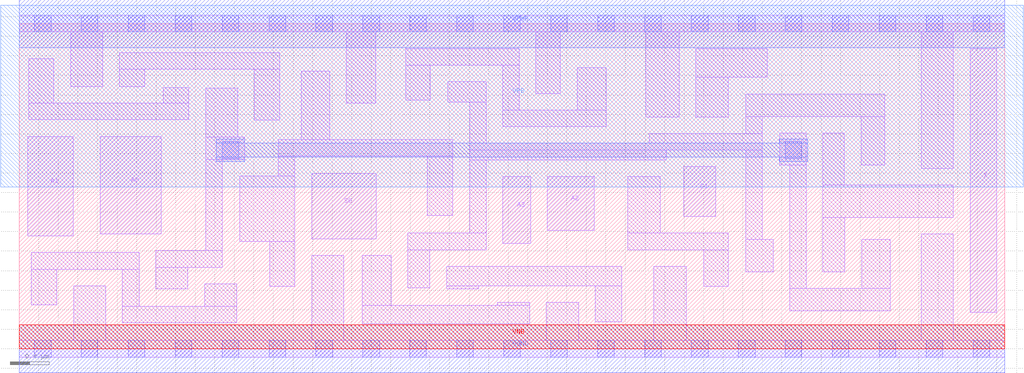
<source format=lef>
# Copyright 2020 The SkyWater PDK Authors
#
# Licensed under the Apache License, Version 2.0 (the "License");
# you may not use this file except in compliance with the License.
# You may obtain a copy of the License at
#
#     https://www.apache.org/licenses/LICENSE-2.0
#
# Unless required by applicable law or agreed to in writing, software
# distributed under the License is distributed on an "AS IS" BASIS,
# WITHOUT WARRANTIES OR CONDITIONS OF ANY KIND, either express or implied.
# See the License for the specific language governing permissions and
# limitations under the License.
#
# SPDX-License-Identifier: Apache-2.0

VERSION 5.7 ;
  NOWIREEXTENSIONATPIN ON ;
  DIVIDERCHAR "/" ;
  BUSBITCHARS "[]" ;
MACRO sky130_fd_sc_lp__mux4_1
  CLASS CORE ;
  FOREIGN sky130_fd_sc_lp__mux4_1 ;
  ORIGIN  0.000000  0.000000 ;
  SIZE  10.08000 BY  3.330000 ;
  SYMMETRY X Y R90 ;
  SITE unit ;
  PIN A0
    ANTENNAGATEAREA  0.126000 ;
    DIRECTION INPUT ;
    USE SIGNAL ;
    PORT
      LAYER li1 ;
        RECT 0.830000 1.175000 1.450000 2.175000 ;
    END
  END A0
  PIN A1
    ANTENNAGATEAREA  0.126000 ;
    DIRECTION INPUT ;
    USE SIGNAL ;
    PORT
      LAYER li1 ;
        RECT 0.085000 1.155000 0.550000 2.175000 ;
    END
  END A1
  PIN A2
    ANTENNAGATEAREA  0.126000 ;
    DIRECTION INPUT ;
    USE SIGNAL ;
    PORT
      LAYER li1 ;
        RECT 5.400000 1.210000 5.880000 1.765000 ;
    END
  END A2
  PIN A3
    ANTENNAGATEAREA  0.126000 ;
    DIRECTION INPUT ;
    USE SIGNAL ;
    PORT
      LAYER li1 ;
        RECT 4.945000 1.080000 5.230000 1.765000 ;
    END
  END A3
  PIN S0
    ANTENNAGATEAREA  0.378000 ;
    DIRECTION INPUT ;
    USE SIGNAL ;
    PORT
      LAYER li1 ;
        RECT 2.990000 1.125000 3.650000 1.795000 ;
    END
  END S0
  PIN S1
    ANTENNAGATEAREA  0.252000 ;
    DIRECTION INPUT ;
    USE SIGNAL ;
    PORT
      LAYER li1 ;
        RECT 6.795000 1.355000 7.125000 1.865000 ;
    END
  END S1
  PIN X
    ANTENNADIFFAREA  0.556500 ;
    DIRECTION OUTPUT ;
    USE SIGNAL ;
    PORT
      LAYER li1 ;
        RECT 9.725000 0.375000 9.995000 3.075000 ;
    END
  END X
  PIN VGND
    DIRECTION INOUT ;
    USE GROUND ;
    PORT
      LAYER met1 ;
        RECT 0.000000 -0.245000 10.080000 0.245000 ;
    END
  END VGND
  PIN VNB
    DIRECTION INOUT ;
    USE GROUND ;
    PORT
      LAYER pwell ;
        RECT 0.000000 0.000000 10.080000 0.245000 ;
    END
  END VNB
  PIN VPB
    DIRECTION INOUT ;
    USE POWER ;
    PORT
      LAYER nwell ;
        RECT -0.190000 1.655000 10.270000 3.520000 ;
    END
  END VPB
  PIN VPWR
    DIRECTION INOUT ;
    USE POWER ;
    PORT
      LAYER met1 ;
        RECT 0.000000 3.085000 10.080000 3.575000 ;
    END
  END VPWR
  OBS
    LAYER li1 ;
      RECT 0.000000 -0.085000 10.080000 0.085000 ;
      RECT 0.000000  3.245000 10.080000 3.415000 ;
      RECT 0.095000  2.345000  1.735000 2.515000 ;
      RECT 0.095000  2.515000  0.355000 2.970000 ;
      RECT 0.125000  0.450000  0.385000 0.815000 ;
      RECT 0.125000  0.815000  1.225000 0.985000 ;
      RECT 0.525000  2.685000  0.855000 3.245000 ;
      RECT 0.555000  0.085000  0.885000 0.645000 ;
      RECT 1.025000  2.685000  1.285000 2.865000 ;
      RECT 1.025000  2.865000  2.665000 3.035000 ;
      RECT 1.055000  0.265000  2.225000 0.435000 ;
      RECT 1.055000  0.435000  1.225000 0.815000 ;
      RECT 1.395000  0.615000  1.725000 0.835000 ;
      RECT 1.395000  0.835000  2.075000 1.005000 ;
      RECT 1.475000  2.515000  1.735000 2.675000 ;
      RECT 1.895000  0.435000  2.225000 0.665000 ;
      RECT 1.905000  1.005000  2.075000 1.940000 ;
      RECT 1.905000  1.940000  2.305000 2.170000 ;
      RECT 1.905000  2.170000  2.235000 2.670000 ;
      RECT 2.255000  1.100000  2.820000 1.770000 ;
      RECT 2.405000  2.340000  2.665000 2.865000 ;
      RECT 2.560000  0.640000  2.820000 1.100000 ;
      RECT 2.650000  1.770000  2.820000 1.975000 ;
      RECT 2.650000  1.975000  4.435000 2.145000 ;
      RECT 2.885000  2.145000  3.175000 2.845000 ;
      RECT 2.990000  0.085000  3.320000 0.955000 ;
      RECT 3.345000  2.515000  3.645000 3.245000 ;
      RECT 3.510000  0.255000  5.220000 0.445000 ;
      RECT 3.510000  0.445000  3.805000 0.955000 ;
      RECT 3.955000  2.545000  4.205000 2.905000 ;
      RECT 3.955000  2.905000  5.115000 3.075000 ;
      RECT 3.975000  0.625000  4.200000 1.015000 ;
      RECT 3.975000  1.015000  4.775000 1.185000 ;
      RECT 4.175000  1.365000  4.435000 1.975000 ;
      RECT 4.370000  0.615000  4.700000 0.645000 ;
      RECT 4.370000  0.645000  6.160000 0.845000 ;
      RECT 4.385000  2.525000  4.775000 2.735000 ;
      RECT 4.605000  1.185000  4.775000 1.935000 ;
      RECT 4.605000  1.935000  6.615000 2.035000 ;
      RECT 4.605000  2.035000  7.600000 2.105000 ;
      RECT 4.605000  2.105000  4.775000 2.525000 ;
      RECT 4.890000  0.445000  5.220000 0.475000 ;
      RECT 4.945000  2.275000  6.005000 2.445000 ;
      RECT 4.945000  2.445000  5.115000 2.905000 ;
      RECT 5.285000  2.615000  5.535000 3.245000 ;
      RECT 5.390000  0.085000  5.720000 0.475000 ;
      RECT 5.705000  2.445000  6.005000 2.880000 ;
      RECT 5.890000  0.275000  6.160000 0.645000 ;
      RECT 6.225000  1.015000  7.250000 1.185000 ;
      RECT 6.225000  1.185000  6.555000 1.765000 ;
      RECT 6.410000  2.375000  6.750000 3.245000 ;
      RECT 6.445000  2.105000  7.600000 2.205000 ;
      RECT 6.490000  0.085000  6.820000 0.845000 ;
      RECT 6.920000  2.375000  7.250000 2.780000 ;
      RECT 6.920000  2.780000  7.650000 3.075000 ;
      RECT 7.000000  0.640000  7.250000 1.015000 ;
      RECT 7.430000  0.790000  7.710000 1.120000 ;
      RECT 7.430000  1.120000  7.600000 2.035000 ;
      RECT 7.430000  2.205000  7.600000 2.380000 ;
      RECT 7.430000  2.380000  8.850000 2.610000 ;
      RECT 7.780000  1.880000  8.050000 2.210000 ;
      RECT 7.880000  0.390000  8.910000 0.620000 ;
      RECT 7.880000  0.620000  8.050000 1.880000 ;
      RECT 8.220000  0.790000  8.445000 1.345000 ;
      RECT 8.220000  1.345000  9.555000 1.675000 ;
      RECT 8.220000  1.675000  8.440000 2.210000 ;
      RECT 8.610000  1.880000  8.850000 2.380000 ;
      RECT 8.615000  0.620000  8.910000 1.120000 ;
      RECT 9.225000  0.085000  9.555000 1.175000 ;
      RECT 9.225000  1.845000  9.555000 3.245000 ;
    LAYER mcon ;
      RECT 0.155000 -0.085000 0.325000 0.085000 ;
      RECT 0.155000  3.245000 0.325000 3.415000 ;
      RECT 0.635000 -0.085000 0.805000 0.085000 ;
      RECT 0.635000  3.245000 0.805000 3.415000 ;
      RECT 1.115000 -0.085000 1.285000 0.085000 ;
      RECT 1.115000  3.245000 1.285000 3.415000 ;
      RECT 1.595000 -0.085000 1.765000 0.085000 ;
      RECT 1.595000  3.245000 1.765000 3.415000 ;
      RECT 2.075000 -0.085000 2.245000 0.085000 ;
      RECT 2.075000  1.950000 2.245000 2.120000 ;
      RECT 2.075000  3.245000 2.245000 3.415000 ;
      RECT 2.555000 -0.085000 2.725000 0.085000 ;
      RECT 2.555000  3.245000 2.725000 3.415000 ;
      RECT 3.035000 -0.085000 3.205000 0.085000 ;
      RECT 3.035000  3.245000 3.205000 3.415000 ;
      RECT 3.515000 -0.085000 3.685000 0.085000 ;
      RECT 3.515000  3.245000 3.685000 3.415000 ;
      RECT 3.995000 -0.085000 4.165000 0.085000 ;
      RECT 3.995000  3.245000 4.165000 3.415000 ;
      RECT 4.475000 -0.085000 4.645000 0.085000 ;
      RECT 4.475000  3.245000 4.645000 3.415000 ;
      RECT 4.955000 -0.085000 5.125000 0.085000 ;
      RECT 4.955000  3.245000 5.125000 3.415000 ;
      RECT 5.435000 -0.085000 5.605000 0.085000 ;
      RECT 5.435000  3.245000 5.605000 3.415000 ;
      RECT 5.915000 -0.085000 6.085000 0.085000 ;
      RECT 5.915000  3.245000 6.085000 3.415000 ;
      RECT 6.395000 -0.085000 6.565000 0.085000 ;
      RECT 6.395000  3.245000 6.565000 3.415000 ;
      RECT 6.875000 -0.085000 7.045000 0.085000 ;
      RECT 6.875000  3.245000 7.045000 3.415000 ;
      RECT 7.355000 -0.085000 7.525000 0.085000 ;
      RECT 7.355000  3.245000 7.525000 3.415000 ;
      RECT 7.835000 -0.085000 8.005000 0.085000 ;
      RECT 7.835000  1.950000 8.005000 2.120000 ;
      RECT 7.835000  3.245000 8.005000 3.415000 ;
      RECT 8.315000 -0.085000 8.485000 0.085000 ;
      RECT 8.315000  3.245000 8.485000 3.415000 ;
      RECT 8.795000 -0.085000 8.965000 0.085000 ;
      RECT 8.795000  3.245000 8.965000 3.415000 ;
      RECT 9.275000 -0.085000 9.445000 0.085000 ;
      RECT 9.275000  3.245000 9.445000 3.415000 ;
      RECT 9.755000 -0.085000 9.925000 0.085000 ;
      RECT 9.755000  3.245000 9.925000 3.415000 ;
    LAYER met1 ;
      RECT 2.015000 1.920000 2.305000 1.965000 ;
      RECT 2.015000 1.965000 8.065000 2.105000 ;
      RECT 2.015000 2.105000 2.305000 2.150000 ;
      RECT 7.775000 1.920000 8.065000 1.965000 ;
      RECT 7.775000 2.105000 8.065000 2.150000 ;
  END
END sky130_fd_sc_lp__mux4_1
END LIBRARY

</source>
